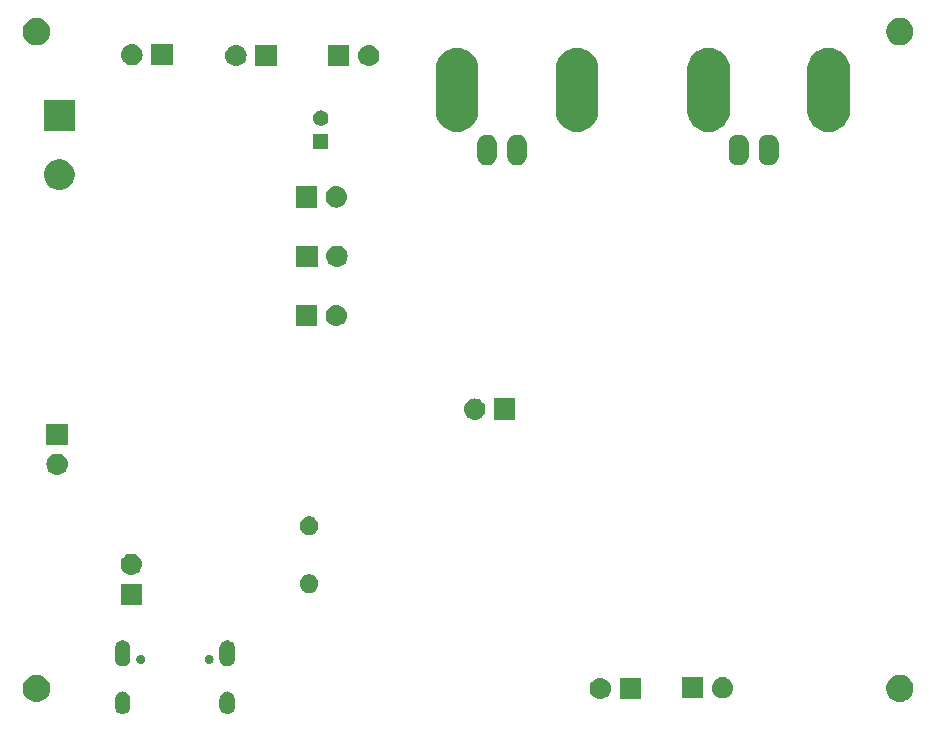
<source format=gbr>
G04 #@! TF.GenerationSoftware,KiCad,Pcbnew,(5.1.2)-1*
G04 #@! TF.CreationDate,2022-09-30T12:45:32-03:00*
G04 #@! TF.ProjectId,esp32,65737033-322e-46b6-9963-61645f706362,rev?*
G04 #@! TF.SameCoordinates,Original*
G04 #@! TF.FileFunction,Soldermask,Bot*
G04 #@! TF.FilePolarity,Negative*
%FSLAX46Y46*%
G04 Gerber Fmt 4.6, Leading zero omitted, Abs format (unit mm)*
G04 Created by KiCad (PCBNEW (5.1.2)-1) date 2022-09-30 12:45:32*
%MOMM*%
%LPD*%
G04 APERTURE LIST*
%ADD10C,0.100000*%
G04 APERTURE END LIST*
D10*
G36*
X98831617Y-139582720D02*
G01*
X98922403Y-139610260D01*
X98954335Y-139619946D01*
X99067424Y-139680394D01*
X99166554Y-139761747D01*
X99247906Y-139860875D01*
X99308354Y-139973964D01*
X99318040Y-140005896D01*
X99345580Y-140096682D01*
X99355000Y-140192327D01*
X99355000Y-140859673D01*
X99345580Y-140955318D01*
X99319604Y-141040949D01*
X99308354Y-141078036D01*
X99247906Y-141191125D01*
X99166554Y-141290254D01*
X99067425Y-141371606D01*
X98954336Y-141432054D01*
X98922404Y-141441740D01*
X98831618Y-141469280D01*
X98704000Y-141481849D01*
X98576383Y-141469280D01*
X98485597Y-141441740D01*
X98453665Y-141432054D01*
X98340576Y-141371606D01*
X98241447Y-141290254D01*
X98160096Y-141191127D01*
X98099645Y-141078033D01*
X98087237Y-141037127D01*
X98062420Y-140955318D01*
X98053000Y-140859673D01*
X98053000Y-140192328D01*
X98062420Y-140096683D01*
X98099645Y-139973969D01*
X98099646Y-139973965D01*
X98160094Y-139860876D01*
X98241447Y-139761746D01*
X98340575Y-139680394D01*
X98453664Y-139619946D01*
X98485596Y-139610260D01*
X98576382Y-139582720D01*
X98704000Y-139570151D01*
X98831617Y-139582720D01*
X98831617Y-139582720D01*
G37*
G36*
X107671617Y-139582720D02*
G01*
X107762403Y-139610260D01*
X107794335Y-139619946D01*
X107907424Y-139680394D01*
X108006554Y-139761747D01*
X108087906Y-139860875D01*
X108148354Y-139973964D01*
X108158040Y-140005896D01*
X108185580Y-140096682D01*
X108195000Y-140192327D01*
X108195000Y-140859673D01*
X108185580Y-140955318D01*
X108159604Y-141040949D01*
X108148354Y-141078036D01*
X108087906Y-141191125D01*
X108006554Y-141290254D01*
X107907425Y-141371606D01*
X107794336Y-141432054D01*
X107762404Y-141441740D01*
X107671618Y-141469280D01*
X107544000Y-141481849D01*
X107416383Y-141469280D01*
X107325597Y-141441740D01*
X107293665Y-141432054D01*
X107180576Y-141371606D01*
X107081447Y-141290254D01*
X107000096Y-141191127D01*
X106939645Y-141078033D01*
X106927237Y-141037127D01*
X106902420Y-140955318D01*
X106893000Y-140859673D01*
X106893000Y-140192328D01*
X106902420Y-140096683D01*
X106939645Y-139973969D01*
X106939646Y-139973965D01*
X107000094Y-139860876D01*
X107081447Y-139761746D01*
X107180575Y-139680394D01*
X107293664Y-139619946D01*
X107325596Y-139610260D01*
X107416382Y-139582720D01*
X107544000Y-139570151D01*
X107671617Y-139582720D01*
X107671617Y-139582720D01*
G37*
G36*
X164724549Y-138171116D02*
G01*
X164835734Y-138193232D01*
X165045203Y-138279997D01*
X165233720Y-138405960D01*
X165394040Y-138566280D01*
X165520003Y-138754797D01*
X165606768Y-138964266D01*
X165651000Y-139186636D01*
X165651000Y-139413364D01*
X165606768Y-139635734D01*
X165520003Y-139845203D01*
X165394040Y-140033720D01*
X165233720Y-140194040D01*
X165045203Y-140320003D01*
X164835734Y-140406768D01*
X164724549Y-140428884D01*
X164613365Y-140451000D01*
X164386635Y-140451000D01*
X164275451Y-140428884D01*
X164164266Y-140406768D01*
X163954797Y-140320003D01*
X163766280Y-140194040D01*
X163605960Y-140033720D01*
X163479997Y-139845203D01*
X163393232Y-139635734D01*
X163349000Y-139413364D01*
X163349000Y-139186636D01*
X163393232Y-138964266D01*
X163479997Y-138754797D01*
X163605960Y-138566280D01*
X163766280Y-138405960D01*
X163954797Y-138279997D01*
X164164266Y-138193232D01*
X164275451Y-138171116D01*
X164386635Y-138149000D01*
X164613365Y-138149000D01*
X164724549Y-138171116D01*
X164724549Y-138171116D01*
G37*
G36*
X91624549Y-138171116D02*
G01*
X91735734Y-138193232D01*
X91945203Y-138279997D01*
X92133720Y-138405960D01*
X92294040Y-138566280D01*
X92420003Y-138754797D01*
X92506768Y-138964266D01*
X92551000Y-139186636D01*
X92551000Y-139413364D01*
X92506768Y-139635734D01*
X92420003Y-139845203D01*
X92294040Y-140033720D01*
X92133720Y-140194040D01*
X91945203Y-140320003D01*
X91735734Y-140406768D01*
X91624549Y-140428884D01*
X91513365Y-140451000D01*
X91286635Y-140451000D01*
X91175451Y-140428884D01*
X91064266Y-140406768D01*
X90854797Y-140320003D01*
X90666280Y-140194040D01*
X90505960Y-140033720D01*
X90379997Y-139845203D01*
X90293232Y-139635734D01*
X90249000Y-139413364D01*
X90249000Y-139186636D01*
X90293232Y-138964266D01*
X90379997Y-138754797D01*
X90505960Y-138566280D01*
X90666280Y-138405960D01*
X90854797Y-138279997D01*
X91064266Y-138193232D01*
X91175451Y-138171116D01*
X91286635Y-138149000D01*
X91513365Y-138149000D01*
X91624549Y-138171116D01*
X91624549Y-138171116D01*
G37*
G36*
X142569500Y-140220000D02*
G01*
X140767500Y-140220000D01*
X140767500Y-138418000D01*
X142569500Y-138418000D01*
X142569500Y-140220000D01*
X142569500Y-140220000D01*
G37*
G36*
X139238942Y-138424518D02*
G01*
X139305127Y-138431037D01*
X139474966Y-138482557D01*
X139631491Y-138566222D01*
X139667229Y-138595552D01*
X139768686Y-138678814D01*
X139831044Y-138754799D01*
X139881278Y-138816009D01*
X139964943Y-138972534D01*
X140016463Y-139142373D01*
X140033859Y-139319000D01*
X140016463Y-139495627D01*
X139964943Y-139665466D01*
X139881278Y-139821991D01*
X139862230Y-139845201D01*
X139768686Y-139959186D01*
X139667229Y-140042448D01*
X139631491Y-140071778D01*
X139474966Y-140155443D01*
X139305127Y-140206963D01*
X139238942Y-140213482D01*
X139172760Y-140220000D01*
X139084240Y-140220000D01*
X139018058Y-140213482D01*
X138951873Y-140206963D01*
X138782034Y-140155443D01*
X138625509Y-140071778D01*
X138589771Y-140042448D01*
X138488314Y-139959186D01*
X138394770Y-139845201D01*
X138375722Y-139821991D01*
X138292057Y-139665466D01*
X138240537Y-139495627D01*
X138223141Y-139319000D01*
X138240537Y-139142373D01*
X138292057Y-138972534D01*
X138375722Y-138816009D01*
X138425956Y-138754799D01*
X138488314Y-138678814D01*
X138589771Y-138595552D01*
X138625509Y-138566222D01*
X138782034Y-138482557D01*
X138951873Y-138431037D01*
X139018058Y-138424518D01*
X139084240Y-138418000D01*
X139172760Y-138418000D01*
X139238942Y-138424518D01*
X139238942Y-138424518D01*
G37*
G36*
X147840000Y-140156500D02*
G01*
X146038000Y-140156500D01*
X146038000Y-138354500D01*
X147840000Y-138354500D01*
X147840000Y-140156500D01*
X147840000Y-140156500D01*
G37*
G36*
X149589443Y-138361019D02*
G01*
X149655627Y-138367537D01*
X149825466Y-138419057D01*
X149981991Y-138502722D01*
X150017729Y-138532052D01*
X150119186Y-138615314D01*
X150202448Y-138716771D01*
X150231778Y-138752509D01*
X150315443Y-138909034D01*
X150366963Y-139078873D01*
X150384359Y-139255500D01*
X150366963Y-139432127D01*
X150325094Y-139570151D01*
X150315442Y-139601968D01*
X150281501Y-139665466D01*
X150231778Y-139758491D01*
X150211227Y-139783532D01*
X150119186Y-139895686D01*
X150023801Y-139973965D01*
X149981991Y-140008278D01*
X149981989Y-140008279D01*
X149879001Y-140063328D01*
X149825466Y-140091943D01*
X149655627Y-140143463D01*
X149589443Y-140149981D01*
X149523260Y-140156500D01*
X149434740Y-140156500D01*
X149368557Y-140149981D01*
X149302373Y-140143463D01*
X149132534Y-140091943D01*
X149079000Y-140063328D01*
X148976011Y-140008279D01*
X148976009Y-140008278D01*
X148934199Y-139973965D01*
X148838814Y-139895686D01*
X148746773Y-139783532D01*
X148726222Y-139758491D01*
X148676499Y-139665466D01*
X148642558Y-139601968D01*
X148632906Y-139570151D01*
X148591037Y-139432127D01*
X148573641Y-139255500D01*
X148591037Y-139078873D01*
X148642557Y-138909034D01*
X148726222Y-138752509D01*
X148755552Y-138716771D01*
X148838814Y-138615314D01*
X148940271Y-138532052D01*
X148976009Y-138502722D01*
X149132534Y-138419057D01*
X149302373Y-138367537D01*
X149368557Y-138361019D01*
X149434740Y-138354500D01*
X149523260Y-138354500D01*
X149589443Y-138361019D01*
X149589443Y-138361019D01*
G37*
G36*
X107671617Y-135250320D02*
G01*
X107762403Y-135277860D01*
X107794335Y-135287546D01*
X107907424Y-135347994D01*
X108006554Y-135429347D01*
X108087906Y-135528475D01*
X108148354Y-135641564D01*
X108158040Y-135673496D01*
X108185580Y-135764282D01*
X108195000Y-135859927D01*
X108195000Y-136832073D01*
X108185580Y-136927718D01*
X108160332Y-137010949D01*
X108148354Y-137050436D01*
X108087906Y-137163525D01*
X108006554Y-137262654D01*
X107907425Y-137344006D01*
X107794336Y-137404454D01*
X107762404Y-137414140D01*
X107671618Y-137441680D01*
X107544000Y-137454249D01*
X107416383Y-137441680D01*
X107325597Y-137414140D01*
X107293665Y-137404454D01*
X107180576Y-137344006D01*
X107081447Y-137262654D01*
X107000095Y-137163525D01*
X106939647Y-137050436D01*
X106927669Y-137010949D01*
X106902421Y-136927718D01*
X106893000Y-136832073D01*
X106893000Y-135859928D01*
X106902420Y-135764283D01*
X106939645Y-135641569D01*
X106939646Y-135641565D01*
X107000094Y-135528476D01*
X107081447Y-135429346D01*
X107180575Y-135347994D01*
X107293664Y-135287546D01*
X107325596Y-135277860D01*
X107416382Y-135250320D01*
X107544000Y-135237751D01*
X107671617Y-135250320D01*
X107671617Y-135250320D01*
G37*
G36*
X98831617Y-135250320D02*
G01*
X98922403Y-135277860D01*
X98954335Y-135287546D01*
X99067424Y-135347994D01*
X99166554Y-135429347D01*
X99247906Y-135528475D01*
X99308354Y-135641564D01*
X99318040Y-135673496D01*
X99345580Y-135764282D01*
X99355000Y-135859927D01*
X99355000Y-136832073D01*
X99345580Y-136927718D01*
X99320332Y-137010949D01*
X99308354Y-137050436D01*
X99247906Y-137163525D01*
X99166554Y-137262654D01*
X99067425Y-137344006D01*
X98954336Y-137404454D01*
X98922404Y-137414140D01*
X98831618Y-137441680D01*
X98704000Y-137454249D01*
X98576383Y-137441680D01*
X98485597Y-137414140D01*
X98453665Y-137404454D01*
X98340576Y-137344006D01*
X98241447Y-137262654D01*
X98160095Y-137163525D01*
X98099647Y-137050436D01*
X98087669Y-137010949D01*
X98062421Y-136927718D01*
X98053000Y-136832073D01*
X98053000Y-135859928D01*
X98062420Y-135764283D01*
X98099645Y-135641569D01*
X98099646Y-135641565D01*
X98160094Y-135528476D01*
X98241447Y-135429346D01*
X98340575Y-135347994D01*
X98453664Y-135287546D01*
X98485596Y-135277860D01*
X98576382Y-135250320D01*
X98704000Y-135237751D01*
X98831617Y-135250320D01*
X98831617Y-135250320D01*
G37*
G36*
X100345190Y-136479149D02*
G01*
X100345192Y-136479150D01*
X100345193Y-136479150D01*
X100414567Y-136507885D01*
X100477002Y-136549603D01*
X100530098Y-136602699D01*
X100571816Y-136665134D01*
X100600551Y-136734508D01*
X100600552Y-136734511D01*
X100615201Y-136808154D01*
X100615201Y-136883246D01*
X100606355Y-136927718D01*
X100600551Y-136956892D01*
X100571816Y-137026266D01*
X100530098Y-137088701D01*
X100477002Y-137141797D01*
X100414567Y-137183515D01*
X100345193Y-137212250D01*
X100345192Y-137212250D01*
X100345190Y-137212251D01*
X100271547Y-137226900D01*
X100196455Y-137226900D01*
X100122812Y-137212251D01*
X100122810Y-137212250D01*
X100122809Y-137212250D01*
X100053435Y-137183515D01*
X99991000Y-137141797D01*
X99937904Y-137088701D01*
X99896186Y-137026266D01*
X99867451Y-136956892D01*
X99861648Y-136927718D01*
X99852801Y-136883246D01*
X99852801Y-136808154D01*
X99867450Y-136734511D01*
X99867451Y-136734508D01*
X99896186Y-136665134D01*
X99937904Y-136602699D01*
X99991000Y-136549603D01*
X100053435Y-136507885D01*
X100122809Y-136479150D01*
X100122810Y-136479150D01*
X100122812Y-136479149D01*
X100196455Y-136464500D01*
X100271547Y-136464500D01*
X100345190Y-136479149D01*
X100345190Y-136479149D01*
G37*
G36*
X106125188Y-136479149D02*
G01*
X106125190Y-136479150D01*
X106125191Y-136479150D01*
X106194565Y-136507885D01*
X106257000Y-136549603D01*
X106310096Y-136602699D01*
X106351814Y-136665134D01*
X106380549Y-136734508D01*
X106380550Y-136734511D01*
X106395199Y-136808154D01*
X106395199Y-136883246D01*
X106386353Y-136927718D01*
X106380549Y-136956892D01*
X106351814Y-137026266D01*
X106310096Y-137088701D01*
X106257000Y-137141797D01*
X106194565Y-137183515D01*
X106125191Y-137212250D01*
X106125190Y-137212250D01*
X106125188Y-137212251D01*
X106051545Y-137226900D01*
X105976453Y-137226900D01*
X105902810Y-137212251D01*
X105902808Y-137212250D01*
X105902807Y-137212250D01*
X105833433Y-137183515D01*
X105770998Y-137141797D01*
X105717902Y-137088701D01*
X105676184Y-137026266D01*
X105647449Y-136956892D01*
X105641646Y-136927718D01*
X105632799Y-136883246D01*
X105632799Y-136808154D01*
X105647448Y-136734511D01*
X105647449Y-136734508D01*
X105676184Y-136665134D01*
X105717902Y-136602699D01*
X105770998Y-136549603D01*
X105833433Y-136507885D01*
X105902807Y-136479150D01*
X105902808Y-136479150D01*
X105902810Y-136479149D01*
X105976453Y-136464500D01*
X106051545Y-136464500D01*
X106125188Y-136479149D01*
X106125188Y-136479149D01*
G37*
G36*
X100321000Y-132241000D02*
G01*
X98519000Y-132241000D01*
X98519000Y-130439000D01*
X100321000Y-130439000D01*
X100321000Y-132241000D01*
X100321000Y-132241000D01*
G37*
G36*
X114709642Y-129684781D02*
G01*
X114855414Y-129745162D01*
X114855416Y-129745163D01*
X114986608Y-129832822D01*
X115098178Y-129944392D01*
X115185837Y-130075584D01*
X115185838Y-130075586D01*
X115246219Y-130221358D01*
X115277000Y-130376107D01*
X115277000Y-130533893D01*
X115246219Y-130688642D01*
X115185838Y-130834414D01*
X115185837Y-130834416D01*
X115098178Y-130965608D01*
X114986608Y-131077178D01*
X114855416Y-131164837D01*
X114855415Y-131164838D01*
X114855414Y-131164838D01*
X114709642Y-131225219D01*
X114554893Y-131256000D01*
X114397107Y-131256000D01*
X114242358Y-131225219D01*
X114096586Y-131164838D01*
X114096585Y-131164838D01*
X114096584Y-131164837D01*
X113965392Y-131077178D01*
X113853822Y-130965608D01*
X113766163Y-130834416D01*
X113766162Y-130834414D01*
X113705781Y-130688642D01*
X113675000Y-130533893D01*
X113675000Y-130376107D01*
X113705781Y-130221358D01*
X113766162Y-130075586D01*
X113766163Y-130075584D01*
X113853822Y-129944392D01*
X113965392Y-129832822D01*
X114096584Y-129745163D01*
X114096586Y-129745162D01*
X114242358Y-129684781D01*
X114397107Y-129654000D01*
X114554893Y-129654000D01*
X114709642Y-129684781D01*
X114709642Y-129684781D01*
G37*
G36*
X99530442Y-127905518D02*
G01*
X99596627Y-127912037D01*
X99766466Y-127963557D01*
X99922991Y-128047222D01*
X99958729Y-128076552D01*
X100060186Y-128159814D01*
X100143448Y-128261271D01*
X100172778Y-128297009D01*
X100256443Y-128453534D01*
X100307963Y-128623373D01*
X100325359Y-128800000D01*
X100307963Y-128976627D01*
X100256443Y-129146466D01*
X100172778Y-129302991D01*
X100143448Y-129338729D01*
X100060186Y-129440186D01*
X99958729Y-129523448D01*
X99922991Y-129552778D01*
X99766466Y-129636443D01*
X99596627Y-129687963D01*
X99530442Y-129694482D01*
X99464260Y-129701000D01*
X99375740Y-129701000D01*
X99309558Y-129694482D01*
X99243373Y-129687963D01*
X99073534Y-129636443D01*
X98917009Y-129552778D01*
X98881271Y-129523448D01*
X98779814Y-129440186D01*
X98696552Y-129338729D01*
X98667222Y-129302991D01*
X98583557Y-129146466D01*
X98532037Y-128976627D01*
X98514641Y-128800000D01*
X98532037Y-128623373D01*
X98583557Y-128453534D01*
X98667222Y-128297009D01*
X98696552Y-128261271D01*
X98779814Y-128159814D01*
X98881271Y-128076552D01*
X98917009Y-128047222D01*
X99073534Y-127963557D01*
X99243373Y-127912037D01*
X99309558Y-127905518D01*
X99375740Y-127899000D01*
X99464260Y-127899000D01*
X99530442Y-127905518D01*
X99530442Y-127905518D01*
G37*
G36*
X114709642Y-124784781D02*
G01*
X114855414Y-124845162D01*
X114855416Y-124845163D01*
X114986608Y-124932822D01*
X115098178Y-125044392D01*
X115185837Y-125175584D01*
X115185838Y-125175586D01*
X115246219Y-125321358D01*
X115277000Y-125476107D01*
X115277000Y-125633893D01*
X115246219Y-125788642D01*
X115185838Y-125934414D01*
X115185837Y-125934416D01*
X115098178Y-126065608D01*
X114986608Y-126177178D01*
X114855416Y-126264837D01*
X114855415Y-126264838D01*
X114855414Y-126264838D01*
X114709642Y-126325219D01*
X114554893Y-126356000D01*
X114397107Y-126356000D01*
X114242358Y-126325219D01*
X114096586Y-126264838D01*
X114096585Y-126264838D01*
X114096584Y-126264837D01*
X113965392Y-126177178D01*
X113853822Y-126065608D01*
X113766163Y-125934416D01*
X113766162Y-125934414D01*
X113705781Y-125788642D01*
X113675000Y-125633893D01*
X113675000Y-125476107D01*
X113705781Y-125321358D01*
X113766162Y-125175586D01*
X113766163Y-125175584D01*
X113853822Y-125044392D01*
X113965392Y-124932822D01*
X114096584Y-124845163D01*
X114096586Y-124845162D01*
X114242358Y-124784781D01*
X114397107Y-124754000D01*
X114554893Y-124754000D01*
X114709642Y-124784781D01*
X114709642Y-124784781D01*
G37*
G36*
X93250442Y-119445518D02*
G01*
X93316627Y-119452037D01*
X93486466Y-119503557D01*
X93642991Y-119587222D01*
X93678729Y-119616552D01*
X93780186Y-119699814D01*
X93863448Y-119801271D01*
X93892778Y-119837009D01*
X93976443Y-119993534D01*
X94027963Y-120163373D01*
X94045359Y-120340000D01*
X94027963Y-120516627D01*
X93976443Y-120686466D01*
X93892778Y-120842991D01*
X93863448Y-120878729D01*
X93780186Y-120980186D01*
X93678729Y-121063448D01*
X93642991Y-121092778D01*
X93486466Y-121176443D01*
X93316627Y-121227963D01*
X93250442Y-121234482D01*
X93184260Y-121241000D01*
X93095740Y-121241000D01*
X93029558Y-121234482D01*
X92963373Y-121227963D01*
X92793534Y-121176443D01*
X92637009Y-121092778D01*
X92601271Y-121063448D01*
X92499814Y-120980186D01*
X92416552Y-120878729D01*
X92387222Y-120842991D01*
X92303557Y-120686466D01*
X92252037Y-120516627D01*
X92234641Y-120340000D01*
X92252037Y-120163373D01*
X92303557Y-119993534D01*
X92387222Y-119837009D01*
X92416552Y-119801271D01*
X92499814Y-119699814D01*
X92601271Y-119616552D01*
X92637009Y-119587222D01*
X92793534Y-119503557D01*
X92963373Y-119452037D01*
X93029558Y-119445518D01*
X93095740Y-119439000D01*
X93184260Y-119439000D01*
X93250442Y-119445518D01*
X93250442Y-119445518D01*
G37*
G36*
X94041000Y-118701000D02*
G01*
X92239000Y-118701000D01*
X92239000Y-116899000D01*
X94041000Y-116899000D01*
X94041000Y-118701000D01*
X94041000Y-118701000D01*
G37*
G36*
X131951000Y-116571000D02*
G01*
X130149000Y-116571000D01*
X130149000Y-114769000D01*
X131951000Y-114769000D01*
X131951000Y-116571000D01*
X131951000Y-116571000D01*
G37*
G36*
X128620443Y-114775519D02*
G01*
X128686627Y-114782037D01*
X128856466Y-114833557D01*
X129012991Y-114917222D01*
X129048729Y-114946552D01*
X129150186Y-115029814D01*
X129233448Y-115131271D01*
X129262778Y-115167009D01*
X129346443Y-115323534D01*
X129397963Y-115493373D01*
X129415359Y-115670000D01*
X129397963Y-115846627D01*
X129346443Y-116016466D01*
X129262778Y-116172991D01*
X129233448Y-116208729D01*
X129150186Y-116310186D01*
X129048729Y-116393448D01*
X129012991Y-116422778D01*
X128856466Y-116506443D01*
X128686627Y-116557963D01*
X128620443Y-116564481D01*
X128554260Y-116571000D01*
X128465740Y-116571000D01*
X128399557Y-116564481D01*
X128333373Y-116557963D01*
X128163534Y-116506443D01*
X128007009Y-116422778D01*
X127971271Y-116393448D01*
X127869814Y-116310186D01*
X127786552Y-116208729D01*
X127757222Y-116172991D01*
X127673557Y-116016466D01*
X127622037Y-115846627D01*
X127604641Y-115670000D01*
X127622037Y-115493373D01*
X127673557Y-115323534D01*
X127757222Y-115167009D01*
X127786552Y-115131271D01*
X127869814Y-115029814D01*
X127971271Y-114946552D01*
X128007009Y-114917222D01*
X128163534Y-114833557D01*
X128333373Y-114782037D01*
X128399557Y-114775519D01*
X128465740Y-114769000D01*
X128554260Y-114769000D01*
X128620443Y-114775519D01*
X128620443Y-114775519D01*
G37*
G36*
X116900443Y-106855519D02*
G01*
X116966627Y-106862037D01*
X117136466Y-106913557D01*
X117292991Y-106997222D01*
X117328729Y-107026552D01*
X117430186Y-107109814D01*
X117513448Y-107211271D01*
X117542778Y-107247009D01*
X117626443Y-107403534D01*
X117677963Y-107573373D01*
X117695359Y-107750000D01*
X117677963Y-107926627D01*
X117626443Y-108096466D01*
X117542778Y-108252991D01*
X117513448Y-108288729D01*
X117430186Y-108390186D01*
X117328729Y-108473448D01*
X117292991Y-108502778D01*
X117136466Y-108586443D01*
X116966627Y-108637963D01*
X116900443Y-108644481D01*
X116834260Y-108651000D01*
X116745740Y-108651000D01*
X116679557Y-108644481D01*
X116613373Y-108637963D01*
X116443534Y-108586443D01*
X116287009Y-108502778D01*
X116251271Y-108473448D01*
X116149814Y-108390186D01*
X116066552Y-108288729D01*
X116037222Y-108252991D01*
X115953557Y-108096466D01*
X115902037Y-107926627D01*
X115884641Y-107750000D01*
X115902037Y-107573373D01*
X115953557Y-107403534D01*
X116037222Y-107247009D01*
X116066552Y-107211271D01*
X116149814Y-107109814D01*
X116251271Y-107026552D01*
X116287009Y-106997222D01*
X116443534Y-106913557D01*
X116613373Y-106862037D01*
X116679557Y-106855519D01*
X116745740Y-106849000D01*
X116834260Y-106849000D01*
X116900443Y-106855519D01*
X116900443Y-106855519D01*
G37*
G36*
X115151000Y-108651000D02*
G01*
X113349000Y-108651000D01*
X113349000Y-106849000D01*
X115151000Y-106849000D01*
X115151000Y-108651000D01*
X115151000Y-108651000D01*
G37*
G36*
X115201000Y-103631000D02*
G01*
X113399000Y-103631000D01*
X113399000Y-101829000D01*
X115201000Y-101829000D01*
X115201000Y-103631000D01*
X115201000Y-103631000D01*
G37*
G36*
X116950443Y-101835519D02*
G01*
X117016627Y-101842037D01*
X117186466Y-101893557D01*
X117342991Y-101977222D01*
X117378729Y-102006552D01*
X117480186Y-102089814D01*
X117563448Y-102191271D01*
X117592778Y-102227009D01*
X117676443Y-102383534D01*
X117727963Y-102553373D01*
X117745359Y-102730000D01*
X117727963Y-102906627D01*
X117676443Y-103076466D01*
X117592778Y-103232991D01*
X117563448Y-103268729D01*
X117480186Y-103370186D01*
X117378729Y-103453448D01*
X117342991Y-103482778D01*
X117186466Y-103566443D01*
X117016627Y-103617963D01*
X116950443Y-103624481D01*
X116884260Y-103631000D01*
X116795740Y-103631000D01*
X116729557Y-103624481D01*
X116663373Y-103617963D01*
X116493534Y-103566443D01*
X116337009Y-103482778D01*
X116301271Y-103453448D01*
X116199814Y-103370186D01*
X116116552Y-103268729D01*
X116087222Y-103232991D01*
X116003557Y-103076466D01*
X115952037Y-102906627D01*
X115934641Y-102730000D01*
X115952037Y-102553373D01*
X116003557Y-102383534D01*
X116087222Y-102227009D01*
X116116552Y-102191271D01*
X116199814Y-102089814D01*
X116301271Y-102006552D01*
X116337009Y-101977222D01*
X116493534Y-101893557D01*
X116663373Y-101842037D01*
X116729557Y-101835519D01*
X116795740Y-101829000D01*
X116884260Y-101829000D01*
X116950443Y-101835519D01*
X116950443Y-101835519D01*
G37*
G36*
X115141000Y-98601000D02*
G01*
X113339000Y-98601000D01*
X113339000Y-96799000D01*
X115141000Y-96799000D01*
X115141000Y-98601000D01*
X115141000Y-98601000D01*
G37*
G36*
X116890443Y-96805519D02*
G01*
X116956627Y-96812037D01*
X117126466Y-96863557D01*
X117282991Y-96947222D01*
X117308225Y-96967931D01*
X117420186Y-97059814D01*
X117503448Y-97161271D01*
X117532778Y-97197009D01*
X117616443Y-97353534D01*
X117667963Y-97523373D01*
X117685359Y-97700000D01*
X117667963Y-97876627D01*
X117616443Y-98046466D01*
X117532778Y-98202991D01*
X117503448Y-98238729D01*
X117420186Y-98340186D01*
X117318729Y-98423448D01*
X117282991Y-98452778D01*
X117126466Y-98536443D01*
X116956627Y-98587963D01*
X116890442Y-98594482D01*
X116824260Y-98601000D01*
X116735740Y-98601000D01*
X116669558Y-98594482D01*
X116603373Y-98587963D01*
X116433534Y-98536443D01*
X116277009Y-98452778D01*
X116241271Y-98423448D01*
X116139814Y-98340186D01*
X116056552Y-98238729D01*
X116027222Y-98202991D01*
X115943557Y-98046466D01*
X115892037Y-97876627D01*
X115874641Y-97700000D01*
X115892037Y-97523373D01*
X115943557Y-97353534D01*
X116027222Y-97197009D01*
X116056552Y-97161271D01*
X116139814Y-97059814D01*
X116251775Y-96967931D01*
X116277009Y-96947222D01*
X116433534Y-96863557D01*
X116603373Y-96812037D01*
X116669558Y-96805518D01*
X116735740Y-96799000D01*
X116824260Y-96799000D01*
X116890443Y-96805519D01*
X116890443Y-96805519D01*
G37*
G36*
X93709487Y-94563996D02*
G01*
X93946253Y-94662068D01*
X93946255Y-94662069D01*
X94159339Y-94804447D01*
X94340553Y-94985661D01*
X94359948Y-95014687D01*
X94482932Y-95198747D01*
X94581004Y-95435513D01*
X94631000Y-95686861D01*
X94631000Y-95943139D01*
X94581004Y-96194487D01*
X94482932Y-96431253D01*
X94482931Y-96431255D01*
X94340553Y-96644339D01*
X94159339Y-96825553D01*
X93946255Y-96967931D01*
X93946254Y-96967932D01*
X93946253Y-96967932D01*
X93709487Y-97066004D01*
X93458139Y-97116000D01*
X93201861Y-97116000D01*
X92950513Y-97066004D01*
X92713747Y-96967932D01*
X92713746Y-96967932D01*
X92713745Y-96967931D01*
X92500661Y-96825553D01*
X92319447Y-96644339D01*
X92177069Y-96431255D01*
X92177068Y-96431253D01*
X92078996Y-96194487D01*
X92029000Y-95943139D01*
X92029000Y-95686861D01*
X92078996Y-95435513D01*
X92177068Y-95198747D01*
X92300053Y-95014687D01*
X92319447Y-94985661D01*
X92500661Y-94804447D01*
X92713745Y-94662069D01*
X92713747Y-94662068D01*
X92950513Y-94563996D01*
X93201861Y-94514000D01*
X93458139Y-94514000D01*
X93709487Y-94563996D01*
X93709487Y-94563996D01*
G37*
G36*
X151012822Y-92437313D02*
G01*
X151173241Y-92485976D01*
X151321077Y-92564995D01*
X151450659Y-92671341D01*
X151557004Y-92800922D01*
X151557005Y-92800924D01*
X151636024Y-92948758D01*
X151684687Y-93109177D01*
X151697000Y-93234196D01*
X151697000Y-94217803D01*
X151684687Y-94342823D01*
X151636024Y-94503242D01*
X151565114Y-94635906D01*
X151557004Y-94651078D01*
X151450659Y-94780659D01*
X151321078Y-94887004D01*
X151321076Y-94887005D01*
X151173242Y-94966024D01*
X151012823Y-95014687D01*
X150846000Y-95031117D01*
X150679178Y-95014687D01*
X150518759Y-94966024D01*
X150370925Y-94887005D01*
X150370923Y-94887004D01*
X150241342Y-94780659D01*
X150134997Y-94651078D01*
X150126887Y-94635906D01*
X150055977Y-94503242D01*
X150007314Y-94342823D01*
X149995000Y-94217803D01*
X149995000Y-93234197D01*
X150007313Y-93109178D01*
X150055976Y-92948759D01*
X150134995Y-92800923D01*
X150241341Y-92671341D01*
X150370922Y-92564996D01*
X150386094Y-92556886D01*
X150518758Y-92485976D01*
X150679177Y-92437313D01*
X150846000Y-92420883D01*
X151012822Y-92437313D01*
X151012822Y-92437313D01*
G37*
G36*
X129706822Y-92437313D02*
G01*
X129867241Y-92485976D01*
X130015077Y-92564995D01*
X130144659Y-92671341D01*
X130251004Y-92800922D01*
X130251005Y-92800924D01*
X130330024Y-92948758D01*
X130378687Y-93109177D01*
X130391000Y-93234196D01*
X130391000Y-94217803D01*
X130378687Y-94342823D01*
X130330024Y-94503242D01*
X130259114Y-94635906D01*
X130251004Y-94651078D01*
X130144659Y-94780659D01*
X130015078Y-94887004D01*
X130015076Y-94887005D01*
X129867242Y-94966024D01*
X129706823Y-95014687D01*
X129540000Y-95031117D01*
X129373178Y-95014687D01*
X129212759Y-94966024D01*
X129064925Y-94887005D01*
X129064923Y-94887004D01*
X128935342Y-94780659D01*
X128828997Y-94651078D01*
X128820887Y-94635906D01*
X128749977Y-94503242D01*
X128701314Y-94342823D01*
X128689000Y-94217803D01*
X128689000Y-93234197D01*
X128701313Y-93109178D01*
X128749976Y-92948759D01*
X128828995Y-92800923D01*
X128935341Y-92671341D01*
X129064922Y-92564996D01*
X129080094Y-92556886D01*
X129212758Y-92485976D01*
X129373177Y-92437313D01*
X129540000Y-92420883D01*
X129706822Y-92437313D01*
X129706822Y-92437313D01*
G37*
G36*
X153552822Y-92437313D02*
G01*
X153713241Y-92485976D01*
X153861077Y-92564995D01*
X153990659Y-92671341D01*
X154097004Y-92800922D01*
X154097005Y-92800924D01*
X154176024Y-92948758D01*
X154224687Y-93109177D01*
X154237000Y-93234196D01*
X154237000Y-94217803D01*
X154224687Y-94342823D01*
X154176024Y-94503242D01*
X154105114Y-94635906D01*
X154097004Y-94651078D01*
X153990659Y-94780659D01*
X153861078Y-94887004D01*
X153861076Y-94887005D01*
X153713242Y-94966024D01*
X153552823Y-95014687D01*
X153386000Y-95031117D01*
X153219178Y-95014687D01*
X153058759Y-94966024D01*
X152910925Y-94887005D01*
X152910923Y-94887004D01*
X152781342Y-94780659D01*
X152674997Y-94651078D01*
X152666887Y-94635906D01*
X152595977Y-94503242D01*
X152547314Y-94342823D01*
X152535000Y-94217803D01*
X152535000Y-93234197D01*
X152547313Y-93109178D01*
X152595976Y-92948759D01*
X152674995Y-92800923D01*
X152781341Y-92671341D01*
X152910922Y-92564996D01*
X152926094Y-92556886D01*
X153058758Y-92485976D01*
X153219177Y-92437313D01*
X153386000Y-92420883D01*
X153552822Y-92437313D01*
X153552822Y-92437313D01*
G37*
G36*
X132246822Y-92437313D02*
G01*
X132407241Y-92485976D01*
X132555077Y-92564995D01*
X132684659Y-92671341D01*
X132791004Y-92800922D01*
X132791005Y-92800924D01*
X132870024Y-92948758D01*
X132918687Y-93109177D01*
X132931000Y-93234196D01*
X132931000Y-94217803D01*
X132918687Y-94342823D01*
X132870024Y-94503242D01*
X132799114Y-94635906D01*
X132791004Y-94651078D01*
X132684659Y-94780659D01*
X132555078Y-94887004D01*
X132555076Y-94887005D01*
X132407242Y-94966024D01*
X132246823Y-95014687D01*
X132080000Y-95031117D01*
X131913178Y-95014687D01*
X131752759Y-94966024D01*
X131604925Y-94887005D01*
X131604923Y-94887004D01*
X131475342Y-94780659D01*
X131368997Y-94651078D01*
X131360887Y-94635906D01*
X131289977Y-94503242D01*
X131241314Y-94342823D01*
X131229000Y-94217803D01*
X131229000Y-93234197D01*
X131241313Y-93109178D01*
X131289976Y-92948759D01*
X131368995Y-92800923D01*
X131475341Y-92671341D01*
X131604922Y-92564996D01*
X131620094Y-92556886D01*
X131752758Y-92485976D01*
X131913177Y-92437313D01*
X132080000Y-92420883D01*
X132246822Y-92437313D01*
X132246822Y-92437313D01*
G37*
G36*
X116121000Y-93671000D02*
G01*
X114819000Y-93671000D01*
X114819000Y-92369000D01*
X116121000Y-92369000D01*
X116121000Y-93671000D01*
X116121000Y-93671000D01*
G37*
G36*
X148659057Y-85121059D02*
G01*
X148998547Y-85224042D01*
X148998549Y-85224043D01*
X149311423Y-85391277D01*
X149585661Y-85616339D01*
X149810723Y-85890578D01*
X149961675Y-86172989D01*
X149977958Y-86203452D01*
X150080941Y-86542942D01*
X150107000Y-86807525D01*
X150107000Y-90484475D01*
X150080941Y-90749058D01*
X149977958Y-91088548D01*
X149977957Y-91088550D01*
X149810723Y-91401422D01*
X149585661Y-91675661D01*
X149311422Y-91900723D01*
X148998550Y-92067957D01*
X148998548Y-92067958D01*
X148659058Y-92170941D01*
X148306000Y-92205714D01*
X147952943Y-92170941D01*
X147613453Y-92067958D01*
X147613451Y-92067957D01*
X147300579Y-91900723D01*
X147026340Y-91675661D01*
X146801278Y-91401422D01*
X146634044Y-91088550D01*
X146634043Y-91088548D01*
X146531060Y-90749058D01*
X146505001Y-90484475D01*
X146505000Y-86807526D01*
X146531059Y-86542943D01*
X146634042Y-86203453D01*
X146701918Y-86076466D01*
X146801277Y-85890577D01*
X147026339Y-85616339D01*
X147300578Y-85391277D01*
X147613450Y-85224043D01*
X147613452Y-85224042D01*
X147952942Y-85121059D01*
X148306000Y-85086286D01*
X148659057Y-85121059D01*
X148659057Y-85121059D01*
G37*
G36*
X158819057Y-85121059D02*
G01*
X159158547Y-85224042D01*
X159158549Y-85224043D01*
X159471423Y-85391277D01*
X159745661Y-85616339D01*
X159970723Y-85890578D01*
X160121675Y-86172989D01*
X160137958Y-86203452D01*
X160240941Y-86542942D01*
X160267000Y-86807525D01*
X160267000Y-90484475D01*
X160240941Y-90749058D01*
X160137958Y-91088548D01*
X160137957Y-91088550D01*
X159970723Y-91401422D01*
X159745661Y-91675661D01*
X159471422Y-91900723D01*
X159158550Y-92067957D01*
X159158548Y-92067958D01*
X158819058Y-92170941D01*
X158466000Y-92205714D01*
X158112943Y-92170941D01*
X157773453Y-92067958D01*
X157773451Y-92067957D01*
X157460579Y-91900723D01*
X157186340Y-91675661D01*
X156961278Y-91401422D01*
X156794044Y-91088550D01*
X156794043Y-91088548D01*
X156691060Y-90749058D01*
X156665001Y-90484475D01*
X156665000Y-86807526D01*
X156691059Y-86542943D01*
X156794042Y-86203453D01*
X156861918Y-86076466D01*
X156961277Y-85890577D01*
X157186339Y-85616339D01*
X157460578Y-85391277D01*
X157773450Y-85224043D01*
X157773452Y-85224042D01*
X158112942Y-85121059D01*
X158466000Y-85086286D01*
X158819057Y-85121059D01*
X158819057Y-85121059D01*
G37*
G36*
X137513057Y-85121059D02*
G01*
X137852547Y-85224042D01*
X137852549Y-85224043D01*
X138165423Y-85391277D01*
X138439661Y-85616339D01*
X138664723Y-85890578D01*
X138815675Y-86172989D01*
X138831958Y-86203452D01*
X138934941Y-86542942D01*
X138961000Y-86807525D01*
X138961000Y-90484475D01*
X138934941Y-90749058D01*
X138831958Y-91088548D01*
X138831957Y-91088550D01*
X138664723Y-91401422D01*
X138439661Y-91675661D01*
X138165422Y-91900723D01*
X137852550Y-92067957D01*
X137852548Y-92067958D01*
X137513058Y-92170941D01*
X137160000Y-92205714D01*
X136806943Y-92170941D01*
X136467453Y-92067958D01*
X136467451Y-92067957D01*
X136154579Y-91900723D01*
X135880340Y-91675661D01*
X135655278Y-91401422D01*
X135488044Y-91088550D01*
X135488043Y-91088548D01*
X135385060Y-90749058D01*
X135359001Y-90484475D01*
X135359000Y-86807526D01*
X135385059Y-86542943D01*
X135488042Y-86203453D01*
X135555918Y-86076466D01*
X135655277Y-85890577D01*
X135880339Y-85616339D01*
X136154578Y-85391277D01*
X136467450Y-85224043D01*
X136467452Y-85224042D01*
X136806942Y-85121059D01*
X137160000Y-85086286D01*
X137513057Y-85121059D01*
X137513057Y-85121059D01*
G37*
G36*
X127353057Y-85121059D02*
G01*
X127692547Y-85224042D01*
X127692549Y-85224043D01*
X128005423Y-85391277D01*
X128279661Y-85616339D01*
X128504723Y-85890578D01*
X128655675Y-86172989D01*
X128671958Y-86203452D01*
X128774941Y-86542942D01*
X128801000Y-86807525D01*
X128801000Y-90484475D01*
X128774941Y-90749058D01*
X128671958Y-91088548D01*
X128671957Y-91088550D01*
X128504723Y-91401422D01*
X128279661Y-91675661D01*
X128005422Y-91900723D01*
X127692550Y-92067957D01*
X127692548Y-92067958D01*
X127353058Y-92170941D01*
X127000000Y-92205714D01*
X126646943Y-92170941D01*
X126307453Y-92067958D01*
X126307451Y-92067957D01*
X125994579Y-91900723D01*
X125720340Y-91675661D01*
X125495278Y-91401422D01*
X125328044Y-91088550D01*
X125328043Y-91088548D01*
X125225060Y-90749058D01*
X125199001Y-90484475D01*
X125199000Y-86807526D01*
X125225059Y-86542943D01*
X125328042Y-86203453D01*
X125395918Y-86076466D01*
X125495277Y-85890577D01*
X125720339Y-85616339D01*
X125994578Y-85391277D01*
X126307450Y-85224043D01*
X126307452Y-85224042D01*
X126646942Y-85121059D01*
X127000000Y-85086286D01*
X127353057Y-85121059D01*
X127353057Y-85121059D01*
G37*
G36*
X94631000Y-92116000D02*
G01*
X92029000Y-92116000D01*
X92029000Y-89514000D01*
X94631000Y-89514000D01*
X94631000Y-92116000D01*
X94631000Y-92116000D01*
G37*
G36*
X115659890Y-90394017D02*
G01*
X115778364Y-90443091D01*
X115840299Y-90484475D01*
X115884988Y-90514335D01*
X115975665Y-90605012D01*
X116046910Y-90711638D01*
X116095983Y-90830110D01*
X116121000Y-90955881D01*
X116121000Y-91084119D01*
X116095983Y-91209890D01*
X116046909Y-91328364D01*
X115975665Y-91434988D01*
X115884988Y-91525665D01*
X115778364Y-91596909D01*
X115778363Y-91596910D01*
X115778362Y-91596910D01*
X115659890Y-91645983D01*
X115534119Y-91671000D01*
X115405881Y-91671000D01*
X115280110Y-91645983D01*
X115161638Y-91596910D01*
X115161637Y-91596910D01*
X115161636Y-91596909D01*
X115055012Y-91525665D01*
X114964335Y-91434988D01*
X114893091Y-91328364D01*
X114844017Y-91209890D01*
X114819000Y-91084119D01*
X114819000Y-90955881D01*
X114844017Y-90830110D01*
X114893090Y-90711638D01*
X114964335Y-90605012D01*
X115055012Y-90514335D01*
X115099701Y-90484475D01*
X115161636Y-90443091D01*
X115280110Y-90394017D01*
X115405881Y-90369000D01*
X115534119Y-90369000D01*
X115659890Y-90394017D01*
X115659890Y-90394017D01*
G37*
G36*
X111731000Y-86631000D02*
G01*
X109929000Y-86631000D01*
X109929000Y-84829000D01*
X111731000Y-84829000D01*
X111731000Y-86631000D01*
X111731000Y-86631000D01*
G37*
G36*
X117891000Y-86631000D02*
G01*
X116089000Y-86631000D01*
X116089000Y-84829000D01*
X117891000Y-84829000D01*
X117891000Y-86631000D01*
X117891000Y-86631000D01*
G37*
G36*
X119620527Y-84833557D02*
G01*
X119706627Y-84842037D01*
X119876466Y-84893557D01*
X120032991Y-84977222D01*
X120068729Y-85006552D01*
X120170186Y-85089814D01*
X120233537Y-85167009D01*
X120282778Y-85227009D01*
X120366443Y-85383534D01*
X120417963Y-85553373D01*
X120435359Y-85730000D01*
X120417963Y-85906627D01*
X120366443Y-86076466D01*
X120282778Y-86232991D01*
X120253448Y-86268729D01*
X120170186Y-86370186D01*
X120068729Y-86453448D01*
X120032991Y-86482778D01*
X119876466Y-86566443D01*
X119706627Y-86617963D01*
X119640442Y-86624482D01*
X119574260Y-86631000D01*
X119485740Y-86631000D01*
X119419558Y-86624482D01*
X119353373Y-86617963D01*
X119183534Y-86566443D01*
X119027009Y-86482778D01*
X118991271Y-86453448D01*
X118889814Y-86370186D01*
X118806552Y-86268729D01*
X118777222Y-86232991D01*
X118693557Y-86076466D01*
X118642037Y-85906627D01*
X118624641Y-85730000D01*
X118642037Y-85553373D01*
X118693557Y-85383534D01*
X118777222Y-85227009D01*
X118826463Y-85167009D01*
X118889814Y-85089814D01*
X118991271Y-85006552D01*
X119027009Y-84977222D01*
X119183534Y-84893557D01*
X119353373Y-84842037D01*
X119439473Y-84833557D01*
X119485740Y-84829000D01*
X119574260Y-84829000D01*
X119620527Y-84833557D01*
X119620527Y-84833557D01*
G37*
G36*
X108380527Y-84833557D02*
G01*
X108466627Y-84842037D01*
X108636466Y-84893557D01*
X108792991Y-84977222D01*
X108828729Y-85006552D01*
X108930186Y-85089814D01*
X108993537Y-85167009D01*
X109042778Y-85227009D01*
X109126443Y-85383534D01*
X109177963Y-85553373D01*
X109195359Y-85730000D01*
X109177963Y-85906627D01*
X109126443Y-86076466D01*
X109042778Y-86232991D01*
X109013448Y-86268729D01*
X108930186Y-86370186D01*
X108828729Y-86453448D01*
X108792991Y-86482778D01*
X108636466Y-86566443D01*
X108466627Y-86617963D01*
X108400442Y-86624482D01*
X108334260Y-86631000D01*
X108245740Y-86631000D01*
X108179558Y-86624482D01*
X108113373Y-86617963D01*
X107943534Y-86566443D01*
X107787009Y-86482778D01*
X107751271Y-86453448D01*
X107649814Y-86370186D01*
X107566552Y-86268729D01*
X107537222Y-86232991D01*
X107453557Y-86076466D01*
X107402037Y-85906627D01*
X107384641Y-85730000D01*
X107402037Y-85553373D01*
X107453557Y-85383534D01*
X107537222Y-85227009D01*
X107586463Y-85167009D01*
X107649814Y-85089814D01*
X107751271Y-85006552D01*
X107787009Y-84977222D01*
X107943534Y-84893557D01*
X108113373Y-84842037D01*
X108199473Y-84833557D01*
X108245740Y-84829000D01*
X108334260Y-84829000D01*
X108380527Y-84833557D01*
X108380527Y-84833557D01*
G37*
G36*
X99590443Y-84775519D02*
G01*
X99656627Y-84782037D01*
X99826466Y-84833557D01*
X99982991Y-84917222D01*
X100018729Y-84946552D01*
X100120186Y-85029814D01*
X100195068Y-85121059D01*
X100232778Y-85167009D01*
X100316443Y-85323534D01*
X100367963Y-85493373D01*
X100385359Y-85670000D01*
X100367963Y-85846627D01*
X100316443Y-86016466D01*
X100232778Y-86172991D01*
X100207781Y-86203450D01*
X100120186Y-86310186D01*
X100018729Y-86393448D01*
X99982991Y-86422778D01*
X99826466Y-86506443D01*
X99656627Y-86557963D01*
X99590443Y-86564481D01*
X99524260Y-86571000D01*
X99435740Y-86571000D01*
X99369557Y-86564481D01*
X99303373Y-86557963D01*
X99133534Y-86506443D01*
X98977009Y-86422778D01*
X98941271Y-86393448D01*
X98839814Y-86310186D01*
X98752219Y-86203450D01*
X98727222Y-86172991D01*
X98643557Y-86016466D01*
X98592037Y-85846627D01*
X98574641Y-85670000D01*
X98592037Y-85493373D01*
X98643557Y-85323534D01*
X98727222Y-85167009D01*
X98764932Y-85121059D01*
X98839814Y-85029814D01*
X98941271Y-84946552D01*
X98977009Y-84917222D01*
X99133534Y-84833557D01*
X99303373Y-84782037D01*
X99369557Y-84775519D01*
X99435740Y-84769000D01*
X99524260Y-84769000D01*
X99590443Y-84775519D01*
X99590443Y-84775519D01*
G37*
G36*
X102921000Y-86571000D02*
G01*
X101119000Y-86571000D01*
X101119000Y-84769000D01*
X102921000Y-84769000D01*
X102921000Y-86571000D01*
X102921000Y-86571000D01*
G37*
G36*
X164724549Y-82571116D02*
G01*
X164835734Y-82593232D01*
X165045203Y-82679997D01*
X165233720Y-82805960D01*
X165394040Y-82966280D01*
X165520003Y-83154797D01*
X165606768Y-83364266D01*
X165651000Y-83586636D01*
X165651000Y-83813364D01*
X165606768Y-84035734D01*
X165520003Y-84245203D01*
X165394040Y-84433720D01*
X165233720Y-84594040D01*
X165045203Y-84720003D01*
X164835734Y-84806768D01*
X164724549Y-84828884D01*
X164613365Y-84851000D01*
X164386635Y-84851000D01*
X164275451Y-84828884D01*
X164164266Y-84806768D01*
X163954797Y-84720003D01*
X163766280Y-84594040D01*
X163605960Y-84433720D01*
X163479997Y-84245203D01*
X163393232Y-84035734D01*
X163349000Y-83813364D01*
X163349000Y-83586636D01*
X163393232Y-83364266D01*
X163479997Y-83154797D01*
X163605960Y-82966280D01*
X163766280Y-82805960D01*
X163954797Y-82679997D01*
X164164266Y-82593232D01*
X164275451Y-82571116D01*
X164386635Y-82549000D01*
X164613365Y-82549000D01*
X164724549Y-82571116D01*
X164724549Y-82571116D01*
G37*
G36*
X91624549Y-82571116D02*
G01*
X91735734Y-82593232D01*
X91945203Y-82679997D01*
X92133720Y-82805960D01*
X92294040Y-82966280D01*
X92420003Y-83154797D01*
X92506768Y-83364266D01*
X92551000Y-83586636D01*
X92551000Y-83813364D01*
X92506768Y-84035734D01*
X92420003Y-84245203D01*
X92294040Y-84433720D01*
X92133720Y-84594040D01*
X91945203Y-84720003D01*
X91735734Y-84806768D01*
X91624549Y-84828884D01*
X91513365Y-84851000D01*
X91286635Y-84851000D01*
X91175451Y-84828884D01*
X91064266Y-84806768D01*
X90854797Y-84720003D01*
X90666280Y-84594040D01*
X90505960Y-84433720D01*
X90379997Y-84245203D01*
X90293232Y-84035734D01*
X90249000Y-83813364D01*
X90249000Y-83586636D01*
X90293232Y-83364266D01*
X90379997Y-83154797D01*
X90505960Y-82966280D01*
X90666280Y-82805960D01*
X90854797Y-82679997D01*
X91064266Y-82593232D01*
X91175451Y-82571116D01*
X91286635Y-82549000D01*
X91513365Y-82549000D01*
X91624549Y-82571116D01*
X91624549Y-82571116D01*
G37*
M02*

</source>
